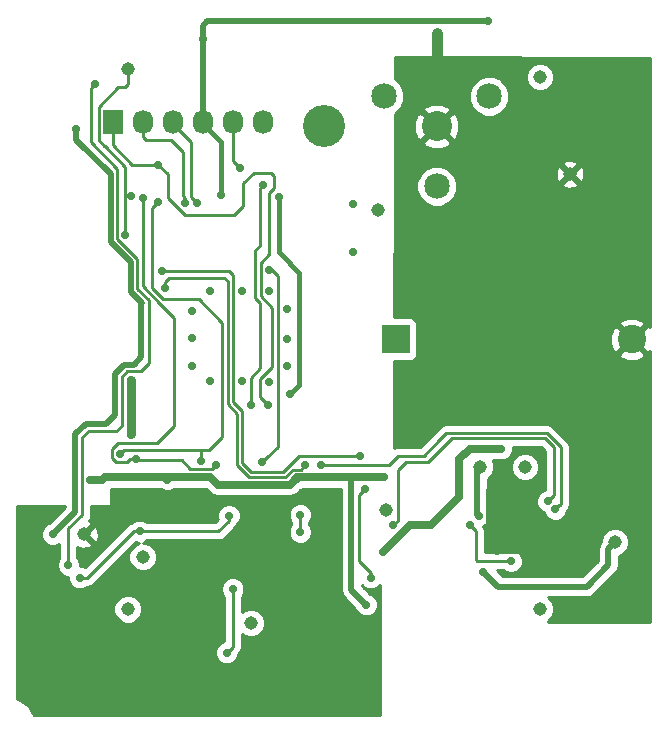
<source format=gbr>
G04 #@! TF.FileFunction,Copper,L2,Bot,Signal*
%FSLAX46Y46*%
G04 Gerber Fmt 4.6, Leading zero omitted, Abs format (unit mm)*
G04 Created by KiCad (PCBNEW 4.0.6) date 11/06/17 12:40:06*
%MOMM*%
%LPD*%
G01*
G04 APERTURE LIST*
%ADD10C,0.100000*%
%ADD11C,1.143000*%
%ADD12C,3.556000*%
%ADD13C,2.540000*%
%ADD14C,2.159000*%
%ADD15R,2.400300X2.400300*%
%ADD16C,2.400300*%
%ADD17R,1.727200X2.032000*%
%ADD18O,1.727200X2.032000*%
%ADD19C,0.700000*%
%ADD20C,0.635000*%
%ADD21C,0.508000*%
%ADD22C,0.250000*%
%ADD23C,0.762000*%
%ADD24C,0.889000*%
%ADD25C,0.381000*%
%ADD26C,0.254000*%
G04 APERTURE END LIST*
D10*
D11*
X61417200Y-33502600D03*
D12*
X78054200Y-38328600D03*
D13*
X87579200Y-38328600D03*
D14*
X87579200Y-43408600D03*
X92024200Y-35788600D03*
X83134200Y-35788600D03*
D15*
X84101940Y-56362600D03*
D16*
X104089200Y-56362600D03*
D17*
X60147200Y-37947600D03*
D18*
X62687200Y-37947600D03*
X65227200Y-37947600D03*
X67767200Y-37947600D03*
X70307200Y-37947600D03*
X72847200Y-37947600D03*
D11*
X61417200Y-79222600D03*
X96342200Y-34137600D03*
X96342200Y-79222600D03*
X102692200Y-73507600D03*
X83261200Y-70840600D03*
X91262200Y-67157600D03*
X82626200Y-45440600D03*
X62687200Y-74777600D03*
X98867200Y-42382600D03*
X71867200Y-80382600D03*
X57734200Y-72872600D03*
X95072200Y-67157600D03*
D19*
X93040200Y-65633600D03*
X83007200Y-74396600D03*
X84785200Y-64617600D03*
X84785200Y-63411100D03*
X104089200Y-51727100D03*
X104089200Y-52806600D03*
X104089200Y-53949600D03*
X104089200Y-53949600D03*
X61671200Y-59791600D03*
X61671200Y-64427100D03*
X84785200Y-62204600D03*
X87579200Y-30454600D03*
X87579200Y-34137600D03*
X66878200Y-53949600D03*
X66878200Y-56235600D03*
X71069200Y-59918600D03*
X74879200Y-56362600D03*
X73355200Y-52298600D03*
X71069200Y-52298600D03*
X80467200Y-44932600D03*
X80467200Y-48996600D03*
X66878200Y-58648600D03*
X68402200Y-59918600D03*
X73355200Y-59982100D03*
X74879200Y-58648600D03*
X74879200Y-53822600D03*
X68402200Y-52298600D03*
X99771200Y-50774600D03*
X99771200Y-52044600D03*
X99771200Y-53314600D03*
X93675200Y-72237600D03*
X94925200Y-72237600D03*
X94925200Y-70987600D03*
X93675200Y-70987600D03*
X75768200Y-68173600D03*
X68402200Y-68046600D03*
X92659200Y-74269600D03*
X81610200Y-78841600D03*
X64782700Y-68237100D03*
X58242200Y-68300600D03*
X83134200Y-68046600D03*
X92659200Y-68935600D03*
X95961200Y-74333100D03*
X61226700Y-47536100D03*
X61671200Y-44234100D03*
X64592200Y-51981100D03*
X76466700Y-67036100D03*
X76022200Y-72682100D03*
X76022200Y-71221600D03*
X69799200Y-82905600D03*
X70307200Y-77508100D03*
X64338200Y-50584100D03*
X81102200Y-66268600D03*
X81483200Y-69062600D03*
X81991200Y-76555600D03*
X75165570Y-61007610D03*
X74244200Y-44297600D03*
X69291200Y-44170600D03*
X67767200Y-30962600D03*
X91897200Y-29438600D03*
X90373200Y-72110600D03*
X93865700Y-75158600D03*
X91532200Y-76057600D03*
X91135200Y-71285100D03*
X55075199Y-72864601D03*
X57035700Y-38582600D03*
X73333866Y-61942600D03*
X64020700Y-41567100D03*
X60749402Y-66047398D03*
X63957200Y-44742100D03*
X67640200Y-66649600D03*
X66243200Y-44805600D03*
X62115700Y-66459100D03*
X62687200Y-44424600D03*
X68910200Y-66967100D03*
X67259200Y-44805600D03*
X70942200Y-41884600D03*
X71831200Y-61887100D03*
X72910700Y-43281600D03*
X73418700Y-50520600D03*
X72783700Y-66776600D03*
X69989700Y-71285100D03*
X57353200Y-76555600D03*
X62433200Y-72618600D03*
X56400700Y-75476100D03*
X58686700Y-34772600D03*
X77800200Y-66967100D03*
X97615061Y-70730992D03*
X83896200Y-72110600D03*
X96977200Y-70078600D03*
D20*
X89484200Y-66522600D02*
X90373200Y-65633600D01*
X90373200Y-65633600D02*
X93040200Y-65633600D01*
X89484200Y-69697600D02*
X89484200Y-66522600D01*
X87071200Y-72110600D02*
X89484200Y-69697600D01*
X85293200Y-72110600D02*
X87071200Y-72110600D01*
X83007200Y-74396600D02*
X85293200Y-72110600D01*
D21*
X92659200Y-68935600D02*
X92214700Y-68935600D01*
X92214700Y-68935600D02*
X92024200Y-69126100D01*
X92024200Y-69126100D02*
X92024200Y-73634600D01*
X92024200Y-73634600D02*
X92659200Y-74269600D01*
D20*
X75768200Y-68046600D02*
X75387200Y-68427600D01*
X75387200Y-68427600D02*
X75133200Y-68681600D01*
D22*
X75768200Y-68173600D02*
X75641200Y-68173600D01*
X75641200Y-68173600D02*
X75387200Y-68427600D01*
X64782700Y-68237100D02*
X64655700Y-68237100D01*
X64655700Y-68237100D02*
X64465200Y-68046600D01*
D23*
X84785200Y-63411100D02*
X84785200Y-64617600D01*
X61671200Y-61061600D02*
X61671200Y-64419590D01*
D20*
X61861700Y-68046600D02*
X59512200Y-68046600D01*
X64465200Y-68046600D02*
X61861700Y-68046600D01*
X75133200Y-68681600D02*
X69037200Y-68681600D01*
X69037200Y-68681600D02*
X68402200Y-68046600D01*
D22*
X64782700Y-68046600D02*
X64465200Y-68046600D01*
D23*
X61671200Y-61061600D02*
X61671200Y-59791600D01*
D24*
X87579200Y-34137600D02*
X87579200Y-30454600D01*
D21*
X80340200Y-68046600D02*
X80340200Y-77571600D01*
X80340200Y-77571600D02*
X81610200Y-78841600D01*
D20*
X80340200Y-68046600D02*
X75768200Y-68046600D01*
X68402200Y-68046600D02*
X64465200Y-68046600D01*
D21*
X92659200Y-74269600D02*
X95441200Y-74269600D01*
X95441200Y-74269600D02*
X95707200Y-74535600D01*
D20*
X83134200Y-68046600D02*
X80340200Y-68046600D01*
X59512200Y-68046600D02*
X59258200Y-68300600D01*
X59258200Y-68300600D02*
X58242200Y-68300600D01*
D22*
X61226700Y-41757600D02*
X61226700Y-44234100D01*
X61226700Y-44234100D02*
X61226700Y-47536100D01*
X61671200Y-44234100D02*
X61226700Y-44234100D01*
X59468936Y-39999836D02*
X61226700Y-41757600D01*
X59448700Y-39999836D02*
X59468936Y-39999836D01*
X59448700Y-39999836D02*
X58958599Y-39509735D01*
X58958599Y-39509735D02*
X58958599Y-36671599D01*
X58958599Y-36671599D02*
X60603598Y-35026600D01*
X60603598Y-35026600D02*
X61163200Y-35026600D01*
X61163200Y-35026600D02*
X61417200Y-34772600D01*
X61417200Y-34772600D02*
X61417200Y-33502600D01*
X70307200Y-77952600D02*
X70307200Y-82397600D01*
X70307200Y-77698600D02*
X70307200Y-77952600D01*
X70307200Y-77952600D02*
X70307200Y-77508100D01*
X76466700Y-67036100D02*
X76098710Y-67404090D01*
X76098710Y-67404090D02*
X75394710Y-67404090D01*
X69867189Y-61829499D02*
X69867189Y-52743100D01*
X75394710Y-67404090D02*
X74759710Y-68039090D01*
X74759710Y-68039090D02*
X71695280Y-68039090D01*
X70682690Y-62645000D02*
X69867189Y-61829499D01*
X71695280Y-68039090D02*
X70682690Y-67026500D01*
X70682690Y-67026500D02*
X70682690Y-62645000D01*
X69867189Y-52743100D02*
X69867189Y-52552600D01*
X64592200Y-51981100D02*
X64592200Y-51486126D01*
X64592200Y-51486126D02*
X64922726Y-51155600D01*
X64922726Y-51155600D02*
X69608700Y-51155600D01*
X69867189Y-52552600D02*
X69867189Y-52431499D01*
X69608700Y-51155600D02*
X69867189Y-51414089D01*
X69867189Y-51414089D02*
X69867189Y-52552600D01*
X76022200Y-71221600D02*
X76022200Y-72682100D01*
X70307200Y-82397600D02*
X69799200Y-82905600D01*
X75209720Y-66954080D02*
X75895200Y-66268600D01*
X75895200Y-66268600D02*
X76309198Y-66268600D01*
X75208310Y-66954080D02*
X75209720Y-66954080D01*
X74573310Y-67589080D02*
X75208310Y-66954080D01*
X70317199Y-52806600D02*
X70317199Y-61643099D01*
X70317199Y-61643099D02*
X71132700Y-62458600D01*
X71132700Y-62458600D02*
X71132700Y-66840100D01*
X71132700Y-66840100D02*
X71881680Y-67589080D01*
X71881680Y-67589080D02*
X74573310Y-67589080D01*
X76309198Y-66268600D02*
X81102200Y-66268600D01*
X70317199Y-52806600D02*
X70317199Y-52245099D01*
X69989700Y-50584100D02*
X70317199Y-50911599D01*
X70317199Y-50911599D02*
X70317199Y-52806600D01*
X64338200Y-50584100D02*
X69989700Y-50584100D01*
X81483200Y-69062600D02*
X80975200Y-69570600D01*
X80975200Y-69570600D02*
X80975200Y-75115336D01*
X80975200Y-75115336D02*
X81991200Y-76131336D01*
X81991200Y-76131336D02*
X81991200Y-76555600D01*
D25*
X74371200Y-49123600D02*
X75958700Y-50711100D01*
X74244200Y-48488600D02*
X74244200Y-48996600D01*
X74244200Y-48996600D02*
X74371200Y-49123600D01*
X74244200Y-48488600D02*
X74244200Y-44297600D01*
X75958700Y-50711100D02*
X75958700Y-60214480D01*
X75958700Y-60214480D02*
X75165570Y-61007610D01*
X67767200Y-37947600D02*
X67767200Y-38100000D01*
X67767200Y-38100000D02*
X69291200Y-39624000D01*
X69291200Y-39624000D02*
X69291200Y-44170600D01*
D21*
X67767200Y-29819600D02*
X67767200Y-30962600D01*
X67767200Y-30962600D02*
X67767200Y-37947600D01*
X68148200Y-29438600D02*
X67767200Y-29819600D01*
X91897200Y-29438600D02*
X68148200Y-29438600D01*
D22*
X90881200Y-75031600D02*
X90881200Y-72618600D01*
X90881200Y-72618600D02*
X90373200Y-72110600D01*
X91008200Y-75158600D02*
X90881200Y-75031600D01*
X93929200Y-75158600D02*
X91008200Y-75158600D01*
D21*
X100279200Y-77317600D02*
X92792200Y-77317600D01*
X92792200Y-77317600D02*
X91532200Y-76057600D01*
X102120701Y-75476099D02*
X100279200Y-77317600D01*
X102692200Y-73507600D02*
X102120701Y-74079099D01*
X102120701Y-74079099D02*
X102120701Y-75476099D01*
X90992485Y-71226495D02*
X90992485Y-70967600D01*
D22*
X91135200Y-71285100D02*
X91135200Y-71110315D01*
D21*
X90992485Y-70967600D02*
X90992485Y-67427315D01*
D22*
X91135200Y-71110315D02*
X90992485Y-70967600D01*
D21*
X90992485Y-67427315D02*
X91262200Y-67157600D01*
X60330190Y-59315319D02*
X60330190Y-62783610D01*
X56988189Y-70951611D02*
X55075199Y-72864601D01*
X57035700Y-38582600D02*
X57035700Y-39471600D01*
X57035700Y-39471600D02*
X59972689Y-42408589D01*
X59972689Y-42408589D02*
X59972689Y-48116931D01*
X59972689Y-48116931D02*
X61658180Y-49802422D01*
X62560200Y-53314600D02*
X62560200Y-57886600D01*
X61658180Y-49802422D02*
X61658180Y-52342422D01*
X61658180Y-52342422D02*
X62595279Y-53279521D01*
X61138929Y-58506580D02*
X60330190Y-59315319D01*
X62595279Y-53279521D02*
X62560200Y-53314600D01*
X62560200Y-57886600D02*
X61940220Y-58506580D01*
X56988189Y-64417768D02*
X56988189Y-70951611D01*
X59583210Y-63530590D02*
X57875367Y-63530590D01*
X61940220Y-58506580D02*
X61138929Y-58506580D01*
X60330190Y-62783610D02*
X59583210Y-63530590D01*
X57875367Y-63530590D02*
X56988189Y-64417768D01*
D22*
X73333866Y-61942600D02*
X72656700Y-61265434D01*
X72666699Y-52695109D02*
X72666699Y-49875601D01*
X72656700Y-61265434D02*
X72656700Y-59681598D01*
X72656700Y-59681598D02*
X73667190Y-58671108D01*
X64846200Y-44407602D02*
X64846200Y-42392600D01*
X73799700Y-42519600D02*
X73545700Y-42265600D01*
X73799700Y-43563098D02*
X73799700Y-42519600D01*
X73667190Y-53695600D02*
X72666699Y-52695109D01*
X73667190Y-58671108D02*
X73667190Y-53695600D01*
X72666699Y-49875601D02*
X73365199Y-49177101D01*
X64846200Y-42392600D02*
X64020700Y-41567100D01*
X73365199Y-43997599D02*
X73799700Y-43563098D01*
X73365199Y-49177101D02*
X73365199Y-43997599D01*
X73545700Y-42265600D02*
X72085200Y-42265600D01*
X71196200Y-43154600D02*
X71196200Y-45059600D01*
X72085200Y-42265600D02*
X71196200Y-43154600D01*
X71196200Y-45059600D02*
X70434200Y-45821600D01*
X70434200Y-45821600D02*
X66260198Y-45821600D01*
X66260198Y-45821600D02*
X64846200Y-44407602D01*
X61798200Y-41567100D02*
X60147200Y-39916100D01*
X60147200Y-39916100D02*
X60147200Y-37947600D01*
X64020700Y-41567100D02*
X61798200Y-41567100D01*
X60147200Y-37947600D02*
X60147200Y-38100000D01*
X63957200Y-44742100D02*
X63449200Y-45250100D01*
X63449200Y-45250100D02*
X63449200Y-52017102D01*
X63449200Y-52017102D02*
X64405699Y-52973601D01*
X64405699Y-52973601D02*
X67426201Y-52973601D01*
X67426201Y-52973601D02*
X69417180Y-54964580D01*
X69417180Y-54964580D02*
X69417179Y-64618621D01*
X68338401Y-65697399D02*
X67640200Y-65697399D01*
X69417179Y-64618621D02*
X68338401Y-65697399D01*
X61099401Y-65697399D02*
X67640200Y-65697399D01*
X67640200Y-66083610D02*
X67640200Y-65697399D01*
X60749402Y-66047398D02*
X61099401Y-65697399D01*
X67640200Y-66649600D02*
X67640200Y-66083610D01*
X66243200Y-44805600D02*
X66243200Y-44381336D01*
X66243200Y-44381336D02*
X66116200Y-44254336D01*
X66116200Y-44254336D02*
X66116200Y-40487600D01*
X66116200Y-40487600D02*
X65100200Y-39471600D01*
X65100200Y-39471600D02*
X62945200Y-39471600D01*
X62945200Y-39471600D02*
X62687200Y-39213600D01*
X62687200Y-39213600D02*
X62687200Y-37947600D01*
X62115700Y-66459100D02*
X61620726Y-66459100D01*
X60074401Y-65642899D02*
X60591700Y-65125600D01*
X61620726Y-66459100D02*
X61357427Y-66722399D01*
X61357427Y-66722399D02*
X60425401Y-66722399D01*
X64169298Y-53373610D02*
X62687200Y-51891512D01*
X60425401Y-66722399D02*
X60074401Y-66371399D01*
X65344201Y-63675099D02*
X65344201Y-54574601D01*
X64169298Y-53399698D02*
X64169298Y-53373610D01*
X60074401Y-66371399D02*
X60074401Y-65642899D01*
X63893700Y-65125600D02*
X65344201Y-63675099D01*
X60591700Y-65125600D02*
X63893700Y-65125600D01*
X62687200Y-51891512D02*
X62687200Y-49187100D01*
X65344201Y-54574601D02*
X64169298Y-53399698D01*
X62115700Y-66459100D02*
X62225199Y-66568599D01*
X68552699Y-67324601D02*
X68560201Y-67317099D01*
X62225199Y-66568599D02*
X65971699Y-66568599D01*
X65971699Y-66568599D02*
X66727701Y-67324601D01*
X66727701Y-67324601D02*
X68552699Y-67324601D01*
X68560201Y-67317099D02*
X68910200Y-66967100D01*
X62687200Y-45567600D02*
X62687200Y-49187100D01*
X62687200Y-49187100D02*
X62687200Y-49312690D01*
X62687200Y-45567600D02*
X62687200Y-44424600D01*
X66751200Y-44297600D02*
X66751200Y-39624000D01*
X67259200Y-44805600D02*
X66751200Y-44297600D01*
X65227200Y-37947600D02*
X65227200Y-38100000D01*
X65227200Y-38100000D02*
X66751200Y-39624000D01*
X70307200Y-37947600D02*
X70307200Y-41249600D01*
X70307200Y-41249600D02*
X70942200Y-41884600D01*
X71831200Y-61887100D02*
X71831200Y-59601100D01*
X71831200Y-59601100D02*
X72656700Y-58775600D01*
X72656700Y-58775600D02*
X72656700Y-53321520D01*
X72656700Y-53321520D02*
X72216689Y-52881509D01*
X72216689Y-52881509D02*
X72216689Y-48801611D01*
X72216689Y-48801611D02*
X72593200Y-48425100D01*
X72593200Y-48425100D02*
X72593200Y-43599100D01*
X72593200Y-43599100D02*
X72910700Y-43281600D01*
X74117200Y-50965100D02*
X73672700Y-50520600D01*
X73672700Y-50520600D02*
X73291700Y-50520600D01*
X74117200Y-58648600D02*
X74117200Y-50965100D01*
X74117200Y-61130978D02*
X74117200Y-58648600D01*
X74117200Y-65379600D02*
X74117200Y-61130978D01*
X73231220Y-66329080D02*
X72783700Y-66776600D01*
X74117200Y-65443100D02*
X73231220Y-66329080D01*
X74117200Y-65379600D02*
X74117200Y-65443100D01*
X69989700Y-71285100D02*
X69989700Y-71709364D01*
X69989700Y-71709364D02*
X69080464Y-72618600D01*
X69080464Y-72618600D02*
X62857464Y-72618600D01*
X62857464Y-72618600D02*
X62433200Y-72618600D01*
X61925200Y-72618600D02*
X57988200Y-76555600D01*
X57988200Y-76555600D02*
X57353200Y-76555600D01*
X62433200Y-72618600D02*
X61925200Y-72618600D01*
X56400700Y-75476100D02*
X56400700Y-72364600D01*
X56400700Y-72364600D02*
X57567199Y-71198101D01*
X57567199Y-71198101D02*
X57567199Y-64657601D01*
X63195200Y-53060600D02*
X62237190Y-52102590D01*
X60464700Y-64109600D02*
X60909200Y-63665100D01*
X57567199Y-64657601D02*
X58115200Y-64109600D01*
X58115200Y-64109600D02*
X60464700Y-64109600D01*
X60909200Y-63665100D02*
X60909200Y-59555152D01*
X60551699Y-41908099D02*
X58336701Y-39693101D01*
X63195200Y-58394600D02*
X63195200Y-53060600D01*
X60909200Y-59555152D02*
X61378762Y-59085590D01*
X61378762Y-59085590D02*
X62504210Y-59085590D01*
X58336701Y-35122599D02*
X58686700Y-34772600D01*
X62504210Y-59085590D02*
X63195200Y-58394600D01*
X62237190Y-49562590D02*
X60551699Y-47877099D01*
X62237190Y-52102590D02*
X62237190Y-49562590D01*
X60551699Y-47877099D02*
X60551699Y-41908099D01*
X58336701Y-39693101D02*
X58336701Y-35122599D01*
X88399190Y-64294590D02*
X87769700Y-64924080D01*
X87769700Y-64924080D02*
X87642700Y-65051080D01*
X83769200Y-66776600D02*
X84340700Y-66205100D01*
X84340700Y-66205100D02*
X86488680Y-66205100D01*
X86488680Y-66205100D02*
X87769700Y-64924080D01*
X97615061Y-70730992D02*
X97915060Y-70430993D01*
X97915060Y-70430993D02*
X98021807Y-70430993D01*
X98021807Y-70430993D02*
X98110201Y-70342599D01*
X98110201Y-70342599D02*
X98110201Y-65495191D01*
X98110201Y-65495191D02*
X96909600Y-64294590D01*
X96909600Y-64294590D02*
X88399190Y-64294590D01*
X83652199Y-66893601D02*
X83769200Y-66776600D01*
X77800200Y-66967100D02*
X83578700Y-66967100D01*
X83578700Y-66967100D02*
X83769200Y-66776600D01*
X96977200Y-70078600D02*
X97485200Y-69570600D01*
X96723200Y-64744600D02*
X88849200Y-64744600D01*
X88849200Y-64744600D02*
X86880700Y-66713100D01*
X84975700Y-66713100D02*
X84277200Y-67411600D01*
X97485200Y-69570600D02*
X97485200Y-65506600D01*
X86880700Y-66713100D02*
X84975700Y-66713100D01*
X97485200Y-65506600D02*
X96723200Y-64744600D01*
X84277200Y-67411600D02*
X84277200Y-71729600D01*
X84277200Y-71729600D02*
X83896200Y-72110600D01*
D26*
G36*
X105657200Y-32509380D02*
X105657200Y-55360833D01*
X105386484Y-55244921D01*
X104268805Y-56362600D01*
X105386484Y-57480279D01*
X105657200Y-57364367D01*
X105657200Y-80255600D01*
X97001545Y-80255600D01*
X97024735Y-80246018D01*
X97364425Y-79906920D01*
X97548490Y-79463641D01*
X97548909Y-78983665D01*
X97365618Y-78540065D01*
X97032734Y-78206600D01*
X100279200Y-78206600D01*
X100619406Y-78138929D01*
X100907818Y-77946218D01*
X102749319Y-76104717D01*
X102780802Y-76057600D01*
X102942030Y-75816305D01*
X103009701Y-75476099D01*
X103009701Y-74681846D01*
X103374735Y-74531018D01*
X103714425Y-74191920D01*
X103898490Y-73748641D01*
X103898909Y-73268665D01*
X103715618Y-72825065D01*
X103376520Y-72485375D01*
X102933241Y-72301310D01*
X102453265Y-72300891D01*
X102009665Y-72484182D01*
X101669975Y-72823280D01*
X101485910Y-73266559D01*
X101485741Y-73459972D01*
X101299372Y-73738893D01*
X101231701Y-74079099D01*
X101231701Y-75107863D01*
X99910964Y-76428600D01*
X93160436Y-76428600D01*
X92650436Y-75918600D01*
X93232589Y-75918600D01*
X93307014Y-75993155D01*
X93668912Y-76143428D01*
X94060769Y-76143770D01*
X94422929Y-75994129D01*
X94700255Y-75717286D01*
X94850528Y-75355388D01*
X94850870Y-74963531D01*
X94701229Y-74601371D01*
X94424386Y-74324045D01*
X94062488Y-74173772D01*
X93670631Y-74173430D01*
X93308471Y-74323071D01*
X93232810Y-74398600D01*
X91641200Y-74398600D01*
X91641200Y-72618600D01*
X91583348Y-72327761D01*
X91498491Y-72200762D01*
X91692429Y-72120629D01*
X91969755Y-71843786D01*
X92120028Y-71481888D01*
X92120370Y-71090031D01*
X91970729Y-70727871D01*
X91881485Y-70638471D01*
X91881485Y-68207152D01*
X91944735Y-68181018D01*
X92284425Y-67841920D01*
X92468490Y-67398641D01*
X92468491Y-67396535D01*
X93865491Y-67396535D01*
X94048782Y-67840135D01*
X94387880Y-68179825D01*
X94831159Y-68363890D01*
X95311135Y-68364309D01*
X95754735Y-68181018D01*
X96094425Y-67841920D01*
X96278490Y-67398641D01*
X96278909Y-66918665D01*
X96095618Y-66475065D01*
X95756520Y-66135375D01*
X95313241Y-65951310D01*
X94833265Y-65950891D01*
X94389665Y-66134182D01*
X94049975Y-66473280D01*
X93865910Y-66916559D01*
X93865491Y-67396535D01*
X92468491Y-67396535D01*
X92468909Y-66918665D01*
X92331497Y-66586100D01*
X92765557Y-66586100D01*
X92843412Y-66618428D01*
X93235269Y-66618770D01*
X93597429Y-66469129D01*
X93874755Y-66192286D01*
X94025028Y-65830388D01*
X94025312Y-65504600D01*
X96408398Y-65504600D01*
X96725200Y-65821402D01*
X96725200Y-69116953D01*
X96419971Y-69243071D01*
X96142645Y-69519914D01*
X95992372Y-69881812D01*
X95992030Y-70273669D01*
X96141671Y-70635829D01*
X96418514Y-70913155D01*
X96667231Y-71016431D01*
X96779532Y-71288221D01*
X97056375Y-71565547D01*
X97418273Y-71715820D01*
X97810130Y-71716162D01*
X98172290Y-71566521D01*
X98449616Y-71289678D01*
X98599889Y-70927780D01*
X98599889Y-70927713D01*
X98647602Y-70880000D01*
X98812349Y-70633438D01*
X98870201Y-70342599D01*
X98870201Y-65495191D01*
X98839713Y-65341919D01*
X98812349Y-65204351D01*
X98647602Y-64957790D01*
X97447001Y-63757189D01*
X97200439Y-63592442D01*
X96909600Y-63534590D01*
X88399190Y-63534590D01*
X88108350Y-63592442D01*
X87861789Y-63757189D01*
X86173878Y-65445100D01*
X84340700Y-65445100D01*
X84049861Y-65502952D01*
X83994200Y-65540143D01*
X83994200Y-65382712D01*
X84000499Y-58210190D01*
X85302090Y-58210190D01*
X85537407Y-58165912D01*
X85753531Y-58026840D01*
X85898521Y-57814640D01*
X85929859Y-57659884D01*
X102971521Y-57659884D01*
X103094674Y-57947512D01*
X103776897Y-58207456D01*
X104506666Y-58186538D01*
X105083726Y-57947512D01*
X105206879Y-57659884D01*
X104089200Y-56542205D01*
X102971521Y-57659884D01*
X85929859Y-57659884D01*
X85949530Y-57562750D01*
X85949530Y-56050297D01*
X102244344Y-56050297D01*
X102265262Y-56780066D01*
X102504288Y-57357126D01*
X102791916Y-57480279D01*
X103909595Y-56362600D01*
X102791916Y-55244921D01*
X102504288Y-55368074D01*
X102244344Y-56050297D01*
X85949530Y-56050297D01*
X85949530Y-55162450D01*
X85931253Y-55065316D01*
X102971521Y-55065316D01*
X104089200Y-56182995D01*
X105206879Y-55065316D01*
X105083726Y-54777688D01*
X104401503Y-54517744D01*
X103671734Y-54538662D01*
X103094674Y-54777688D01*
X102971521Y-55065316D01*
X85931253Y-55065316D01*
X85905252Y-54927133D01*
X85766180Y-54711009D01*
X85553980Y-54566019D01*
X85302090Y-54515010D01*
X84003744Y-54515010D01*
X84013198Y-43748139D01*
X85864403Y-43748139D01*
X86124870Y-44378517D01*
X86606746Y-44861235D01*
X87236669Y-45122802D01*
X87918739Y-45123397D01*
X88549117Y-44862930D01*
X89031835Y-44381054D01*
X89293402Y-43751131D01*
X89293861Y-43224646D01*
X98204759Y-43224646D01*
X98250752Y-43447133D01*
X98705055Y-43602005D01*
X99184044Y-43571233D01*
X99483648Y-43447133D01*
X99529641Y-43224646D01*
X98867200Y-42562205D01*
X98204759Y-43224646D01*
X89293861Y-43224646D01*
X89293997Y-43069061D01*
X89033530Y-42438683D01*
X88815683Y-42220455D01*
X97647795Y-42220455D01*
X97678567Y-42699444D01*
X97802667Y-42999048D01*
X98025154Y-43045041D01*
X98687595Y-42382600D01*
X99046805Y-42382600D01*
X99709246Y-43045041D01*
X99931733Y-42999048D01*
X100086605Y-42544745D01*
X100055833Y-42065756D01*
X99931733Y-41766152D01*
X99709246Y-41720159D01*
X99046805Y-42382600D01*
X98687595Y-42382600D01*
X98025154Y-41720159D01*
X97802667Y-41766152D01*
X97647795Y-42220455D01*
X88815683Y-42220455D01*
X88551654Y-41955965D01*
X87921731Y-41694398D01*
X87239661Y-41693803D01*
X86609283Y-41954270D01*
X86126565Y-42436146D01*
X85864998Y-43066069D01*
X85864403Y-43748139D01*
X84013198Y-43748139D01*
X84015136Y-41540554D01*
X98204759Y-41540554D01*
X98867200Y-42202995D01*
X99529641Y-41540554D01*
X99483648Y-41318067D01*
X99029345Y-41163195D01*
X98550356Y-41193967D01*
X98250752Y-41318067D01*
X98204759Y-41540554D01*
X84015136Y-41540554D01*
X84016773Y-39676377D01*
X86411028Y-39676377D01*
X86542720Y-39971257D01*
X87250236Y-40242861D01*
X88007832Y-40223036D01*
X88615680Y-39971257D01*
X88747372Y-39676377D01*
X87579200Y-38508205D01*
X86411028Y-39676377D01*
X84016773Y-39676377D01*
X84018246Y-37999636D01*
X85664939Y-37999636D01*
X85684764Y-38757232D01*
X85936543Y-39365080D01*
X86231423Y-39496772D01*
X87399595Y-38328600D01*
X87758805Y-38328600D01*
X88926977Y-39496772D01*
X89221857Y-39365080D01*
X89493461Y-38657564D01*
X89473636Y-37899968D01*
X89221857Y-37292120D01*
X88926977Y-37160428D01*
X87758805Y-38328600D01*
X87399595Y-38328600D01*
X86231423Y-37160428D01*
X85936543Y-37292120D01*
X85664939Y-37999636D01*
X84018246Y-37999636D01*
X84018880Y-37278149D01*
X84104117Y-37242930D01*
X84366681Y-36980823D01*
X86411028Y-36980823D01*
X87579200Y-38148995D01*
X88747372Y-36980823D01*
X88615680Y-36685943D01*
X87908164Y-36414339D01*
X87150568Y-36434164D01*
X86542720Y-36685943D01*
X86411028Y-36980823D01*
X84366681Y-36980823D01*
X84586835Y-36761054D01*
X84848402Y-36131131D01*
X84848404Y-36128139D01*
X90309403Y-36128139D01*
X90569870Y-36758517D01*
X91051746Y-37241235D01*
X91681669Y-37502802D01*
X92363739Y-37503397D01*
X92994117Y-37242930D01*
X93476835Y-36761054D01*
X93738402Y-36131131D01*
X93738997Y-35449061D01*
X93478530Y-34818683D01*
X93037154Y-34376535D01*
X95135491Y-34376535D01*
X95318782Y-34820135D01*
X95657880Y-35159825D01*
X96101159Y-35343890D01*
X96581135Y-35344309D01*
X97024735Y-35161018D01*
X97364425Y-34821920D01*
X97548490Y-34378641D01*
X97548909Y-33898665D01*
X97365618Y-33455065D01*
X97026520Y-33115375D01*
X96583241Y-32931310D01*
X96103265Y-32930891D01*
X95659665Y-33114182D01*
X95319975Y-33453280D01*
X95135910Y-33896559D01*
X95135491Y-34376535D01*
X93037154Y-34376535D01*
X92996654Y-34335965D01*
X92366731Y-34074398D01*
X91684661Y-34073803D01*
X91054283Y-34334270D01*
X90571565Y-34816146D01*
X90309998Y-35446069D01*
X90309403Y-36128139D01*
X84848404Y-36128139D01*
X84848997Y-35449061D01*
X84588530Y-34818683D01*
X84106654Y-34335965D01*
X84021495Y-34300604D01*
X84023088Y-32486733D01*
X105657200Y-32509380D01*
X105657200Y-32509380D01*
G37*
X105657200Y-32509380D02*
X105657200Y-55360833D01*
X105386484Y-55244921D01*
X104268805Y-56362600D01*
X105386484Y-57480279D01*
X105657200Y-57364367D01*
X105657200Y-80255600D01*
X97001545Y-80255600D01*
X97024735Y-80246018D01*
X97364425Y-79906920D01*
X97548490Y-79463641D01*
X97548909Y-78983665D01*
X97365618Y-78540065D01*
X97032734Y-78206600D01*
X100279200Y-78206600D01*
X100619406Y-78138929D01*
X100907818Y-77946218D01*
X102749319Y-76104717D01*
X102780802Y-76057600D01*
X102942030Y-75816305D01*
X103009701Y-75476099D01*
X103009701Y-74681846D01*
X103374735Y-74531018D01*
X103714425Y-74191920D01*
X103898490Y-73748641D01*
X103898909Y-73268665D01*
X103715618Y-72825065D01*
X103376520Y-72485375D01*
X102933241Y-72301310D01*
X102453265Y-72300891D01*
X102009665Y-72484182D01*
X101669975Y-72823280D01*
X101485910Y-73266559D01*
X101485741Y-73459972D01*
X101299372Y-73738893D01*
X101231701Y-74079099D01*
X101231701Y-75107863D01*
X99910964Y-76428600D01*
X93160436Y-76428600D01*
X92650436Y-75918600D01*
X93232589Y-75918600D01*
X93307014Y-75993155D01*
X93668912Y-76143428D01*
X94060769Y-76143770D01*
X94422929Y-75994129D01*
X94700255Y-75717286D01*
X94850528Y-75355388D01*
X94850870Y-74963531D01*
X94701229Y-74601371D01*
X94424386Y-74324045D01*
X94062488Y-74173772D01*
X93670631Y-74173430D01*
X93308471Y-74323071D01*
X93232810Y-74398600D01*
X91641200Y-74398600D01*
X91641200Y-72618600D01*
X91583348Y-72327761D01*
X91498491Y-72200762D01*
X91692429Y-72120629D01*
X91969755Y-71843786D01*
X92120028Y-71481888D01*
X92120370Y-71090031D01*
X91970729Y-70727871D01*
X91881485Y-70638471D01*
X91881485Y-68207152D01*
X91944735Y-68181018D01*
X92284425Y-67841920D01*
X92468490Y-67398641D01*
X92468491Y-67396535D01*
X93865491Y-67396535D01*
X94048782Y-67840135D01*
X94387880Y-68179825D01*
X94831159Y-68363890D01*
X95311135Y-68364309D01*
X95754735Y-68181018D01*
X96094425Y-67841920D01*
X96278490Y-67398641D01*
X96278909Y-66918665D01*
X96095618Y-66475065D01*
X95756520Y-66135375D01*
X95313241Y-65951310D01*
X94833265Y-65950891D01*
X94389665Y-66134182D01*
X94049975Y-66473280D01*
X93865910Y-66916559D01*
X93865491Y-67396535D01*
X92468491Y-67396535D01*
X92468909Y-66918665D01*
X92331497Y-66586100D01*
X92765557Y-66586100D01*
X92843412Y-66618428D01*
X93235269Y-66618770D01*
X93597429Y-66469129D01*
X93874755Y-66192286D01*
X94025028Y-65830388D01*
X94025312Y-65504600D01*
X96408398Y-65504600D01*
X96725200Y-65821402D01*
X96725200Y-69116953D01*
X96419971Y-69243071D01*
X96142645Y-69519914D01*
X95992372Y-69881812D01*
X95992030Y-70273669D01*
X96141671Y-70635829D01*
X96418514Y-70913155D01*
X96667231Y-71016431D01*
X96779532Y-71288221D01*
X97056375Y-71565547D01*
X97418273Y-71715820D01*
X97810130Y-71716162D01*
X98172290Y-71566521D01*
X98449616Y-71289678D01*
X98599889Y-70927780D01*
X98599889Y-70927713D01*
X98647602Y-70880000D01*
X98812349Y-70633438D01*
X98870201Y-70342599D01*
X98870201Y-65495191D01*
X98839713Y-65341919D01*
X98812349Y-65204351D01*
X98647602Y-64957790D01*
X97447001Y-63757189D01*
X97200439Y-63592442D01*
X96909600Y-63534590D01*
X88399190Y-63534590D01*
X88108350Y-63592442D01*
X87861789Y-63757189D01*
X86173878Y-65445100D01*
X84340700Y-65445100D01*
X84049861Y-65502952D01*
X83994200Y-65540143D01*
X83994200Y-65382712D01*
X84000499Y-58210190D01*
X85302090Y-58210190D01*
X85537407Y-58165912D01*
X85753531Y-58026840D01*
X85898521Y-57814640D01*
X85929859Y-57659884D01*
X102971521Y-57659884D01*
X103094674Y-57947512D01*
X103776897Y-58207456D01*
X104506666Y-58186538D01*
X105083726Y-57947512D01*
X105206879Y-57659884D01*
X104089200Y-56542205D01*
X102971521Y-57659884D01*
X85929859Y-57659884D01*
X85949530Y-57562750D01*
X85949530Y-56050297D01*
X102244344Y-56050297D01*
X102265262Y-56780066D01*
X102504288Y-57357126D01*
X102791916Y-57480279D01*
X103909595Y-56362600D01*
X102791916Y-55244921D01*
X102504288Y-55368074D01*
X102244344Y-56050297D01*
X85949530Y-56050297D01*
X85949530Y-55162450D01*
X85931253Y-55065316D01*
X102971521Y-55065316D01*
X104089200Y-56182995D01*
X105206879Y-55065316D01*
X105083726Y-54777688D01*
X104401503Y-54517744D01*
X103671734Y-54538662D01*
X103094674Y-54777688D01*
X102971521Y-55065316D01*
X85931253Y-55065316D01*
X85905252Y-54927133D01*
X85766180Y-54711009D01*
X85553980Y-54566019D01*
X85302090Y-54515010D01*
X84003744Y-54515010D01*
X84013198Y-43748139D01*
X85864403Y-43748139D01*
X86124870Y-44378517D01*
X86606746Y-44861235D01*
X87236669Y-45122802D01*
X87918739Y-45123397D01*
X88549117Y-44862930D01*
X89031835Y-44381054D01*
X89293402Y-43751131D01*
X89293861Y-43224646D01*
X98204759Y-43224646D01*
X98250752Y-43447133D01*
X98705055Y-43602005D01*
X99184044Y-43571233D01*
X99483648Y-43447133D01*
X99529641Y-43224646D01*
X98867200Y-42562205D01*
X98204759Y-43224646D01*
X89293861Y-43224646D01*
X89293997Y-43069061D01*
X89033530Y-42438683D01*
X88815683Y-42220455D01*
X97647795Y-42220455D01*
X97678567Y-42699444D01*
X97802667Y-42999048D01*
X98025154Y-43045041D01*
X98687595Y-42382600D01*
X99046805Y-42382600D01*
X99709246Y-43045041D01*
X99931733Y-42999048D01*
X100086605Y-42544745D01*
X100055833Y-42065756D01*
X99931733Y-41766152D01*
X99709246Y-41720159D01*
X99046805Y-42382600D01*
X98687595Y-42382600D01*
X98025154Y-41720159D01*
X97802667Y-41766152D01*
X97647795Y-42220455D01*
X88815683Y-42220455D01*
X88551654Y-41955965D01*
X87921731Y-41694398D01*
X87239661Y-41693803D01*
X86609283Y-41954270D01*
X86126565Y-42436146D01*
X85864998Y-43066069D01*
X85864403Y-43748139D01*
X84013198Y-43748139D01*
X84015136Y-41540554D01*
X98204759Y-41540554D01*
X98867200Y-42202995D01*
X99529641Y-41540554D01*
X99483648Y-41318067D01*
X99029345Y-41163195D01*
X98550356Y-41193967D01*
X98250752Y-41318067D01*
X98204759Y-41540554D01*
X84015136Y-41540554D01*
X84016773Y-39676377D01*
X86411028Y-39676377D01*
X86542720Y-39971257D01*
X87250236Y-40242861D01*
X88007832Y-40223036D01*
X88615680Y-39971257D01*
X88747372Y-39676377D01*
X87579200Y-38508205D01*
X86411028Y-39676377D01*
X84016773Y-39676377D01*
X84018246Y-37999636D01*
X85664939Y-37999636D01*
X85684764Y-38757232D01*
X85936543Y-39365080D01*
X86231423Y-39496772D01*
X87399595Y-38328600D01*
X87758805Y-38328600D01*
X88926977Y-39496772D01*
X89221857Y-39365080D01*
X89493461Y-38657564D01*
X89473636Y-37899968D01*
X89221857Y-37292120D01*
X88926977Y-37160428D01*
X87758805Y-38328600D01*
X87399595Y-38328600D01*
X86231423Y-37160428D01*
X85936543Y-37292120D01*
X85664939Y-37999636D01*
X84018246Y-37999636D01*
X84018880Y-37278149D01*
X84104117Y-37242930D01*
X84366681Y-36980823D01*
X86411028Y-36980823D01*
X87579200Y-38148995D01*
X88747372Y-36980823D01*
X88615680Y-36685943D01*
X87908164Y-36414339D01*
X87150568Y-36434164D01*
X86542720Y-36685943D01*
X86411028Y-36980823D01*
X84366681Y-36980823D01*
X84586835Y-36761054D01*
X84848402Y-36131131D01*
X84848404Y-36128139D01*
X90309403Y-36128139D01*
X90569870Y-36758517D01*
X91051746Y-37241235D01*
X91681669Y-37502802D01*
X92363739Y-37503397D01*
X92994117Y-37242930D01*
X93476835Y-36761054D01*
X93738402Y-36131131D01*
X93738997Y-35449061D01*
X93478530Y-34818683D01*
X93037154Y-34376535D01*
X95135491Y-34376535D01*
X95318782Y-34820135D01*
X95657880Y-35159825D01*
X96101159Y-35343890D01*
X96581135Y-35344309D01*
X97024735Y-35161018D01*
X97364425Y-34821920D01*
X97548490Y-34378641D01*
X97548909Y-33898665D01*
X97365618Y-33455065D01*
X97026520Y-33115375D01*
X96583241Y-32931310D01*
X96103265Y-32930891D01*
X95659665Y-33114182D01*
X95319975Y-33453280D01*
X95135910Y-33896559D01*
X95135491Y-34376535D01*
X93037154Y-34376535D01*
X92996654Y-34335965D01*
X92366731Y-34074398D01*
X91684661Y-34073803D01*
X91054283Y-34334270D01*
X90571565Y-34816146D01*
X90309998Y-35446069D01*
X90309403Y-36128139D01*
X84848404Y-36128139D01*
X84848997Y-35449061D01*
X84588530Y-34818683D01*
X84106654Y-34335965D01*
X84021495Y-34300604D01*
X84023088Y-32486733D01*
X105657200Y-32509380D01*
G36*
X64224014Y-69071655D02*
X64585912Y-69221928D01*
X64977769Y-69222270D01*
X65339929Y-69072629D01*
X65413586Y-68999100D01*
X68007662Y-68999100D01*
X68363681Y-69355119D01*
X68672694Y-69561595D01*
X69037200Y-69634100D01*
X75133200Y-69634100D01*
X75497706Y-69561595D01*
X75806719Y-69355119D01*
X76031092Y-69130746D01*
X76325429Y-69009129D01*
X76335475Y-68999100D01*
X79451200Y-68999100D01*
X79451200Y-77571600D01*
X79518871Y-77911806D01*
X79710890Y-78199182D01*
X79711582Y-78200218D01*
X80679246Y-79167882D01*
X80774671Y-79398829D01*
X81051514Y-79676155D01*
X81413412Y-79826428D01*
X81805269Y-79826770D01*
X82167429Y-79677129D01*
X82444755Y-79400286D01*
X82595028Y-79038388D01*
X82595370Y-78646531D01*
X82445729Y-78284371D01*
X82168886Y-78007045D01*
X81936305Y-77910469D01*
X81229200Y-77203364D01*
X81229200Y-77186486D01*
X81432514Y-77390155D01*
X81794412Y-77540428D01*
X82186269Y-77540770D01*
X82548429Y-77391129D01*
X82740200Y-77199692D01*
X82740200Y-88172600D01*
X53449881Y-88172600D01*
X53449376Y-88170060D01*
X53411640Y-88078957D01*
X53343363Y-87914120D01*
X53018203Y-87427485D01*
X52822315Y-87231597D01*
X52335680Y-86906438D01*
X52335678Y-86906437D01*
X52079740Y-86800424D01*
X52077200Y-86799919D01*
X52077200Y-83100669D01*
X68814030Y-83100669D01*
X68963671Y-83462829D01*
X69240514Y-83740155D01*
X69602412Y-83890428D01*
X69994269Y-83890770D01*
X70356429Y-83741129D01*
X70633755Y-83464286D01*
X70784028Y-83102388D01*
X70784121Y-82995481D01*
X70844601Y-82935001D01*
X70864246Y-82905600D01*
X71009348Y-82688439D01*
X71067200Y-82397600D01*
X71067200Y-81288943D01*
X71182880Y-81404825D01*
X71626159Y-81588890D01*
X72106135Y-81589309D01*
X72549735Y-81406018D01*
X72889425Y-81066920D01*
X73073490Y-80623641D01*
X73073909Y-80143665D01*
X72890618Y-79700065D01*
X72551520Y-79360375D01*
X72108241Y-79176310D01*
X71628265Y-79175891D01*
X71184665Y-79359182D01*
X71067200Y-79476442D01*
X71067200Y-78141211D01*
X71141755Y-78066786D01*
X71292028Y-77704888D01*
X71292370Y-77313031D01*
X71142729Y-76950871D01*
X70865886Y-76673545D01*
X70503988Y-76523272D01*
X70112131Y-76522930D01*
X69749971Y-76672571D01*
X69472645Y-76949414D01*
X69322372Y-77311312D01*
X69322030Y-77703169D01*
X69471671Y-78065329D01*
X69547200Y-78140990D01*
X69547200Y-81943953D01*
X69241971Y-82070071D01*
X68964645Y-82346914D01*
X68814372Y-82708812D01*
X68814030Y-83100669D01*
X52077200Y-83100669D01*
X52077200Y-79461535D01*
X60210491Y-79461535D01*
X60393782Y-79905135D01*
X60732880Y-80244825D01*
X61176159Y-80428890D01*
X61656135Y-80429309D01*
X62099735Y-80246018D01*
X62439425Y-79906920D01*
X62623490Y-79463641D01*
X62623909Y-78983665D01*
X62440618Y-78540065D01*
X62101520Y-78200375D01*
X61658241Y-78016310D01*
X61178265Y-78015891D01*
X60734665Y-78199182D01*
X60394975Y-78538280D01*
X60210910Y-78981559D01*
X60210491Y-79461535D01*
X52077200Y-79461535D01*
X52077200Y-70509600D01*
X56099189Y-70509600D01*
X56099189Y-70583375D01*
X54748917Y-71933647D01*
X54517970Y-72029072D01*
X54240644Y-72305915D01*
X54090371Y-72667813D01*
X54090029Y-73059670D01*
X54239670Y-73421830D01*
X54516513Y-73699156D01*
X54878411Y-73849429D01*
X55270268Y-73849771D01*
X55632428Y-73700130D01*
X55640700Y-73691872D01*
X55640700Y-74842989D01*
X55566145Y-74917414D01*
X55415872Y-75279312D01*
X55415530Y-75671169D01*
X55565171Y-76033329D01*
X55842014Y-76310655D01*
X56203912Y-76460928D01*
X56368283Y-76461071D01*
X56368030Y-76750669D01*
X56517671Y-77112829D01*
X56794514Y-77390155D01*
X57156412Y-77540428D01*
X57548269Y-77540770D01*
X57910429Y-77391129D01*
X57986090Y-77315600D01*
X57988200Y-77315600D01*
X58279039Y-77257748D01*
X58525601Y-77093001D01*
X62080086Y-73538516D01*
X62236412Y-73603428D01*
X62369239Y-73603544D01*
X62004665Y-73754182D01*
X61664975Y-74093280D01*
X61480910Y-74536559D01*
X61480491Y-75016535D01*
X61663782Y-75460135D01*
X62002880Y-75799825D01*
X62446159Y-75983890D01*
X62926135Y-75984309D01*
X63369735Y-75801018D01*
X63709425Y-75461920D01*
X63893490Y-75018641D01*
X63893909Y-74538665D01*
X63710618Y-74095065D01*
X63371520Y-73755375D01*
X62928241Y-73571310D01*
X62707295Y-73571117D01*
X62990429Y-73454129D01*
X63066090Y-73378600D01*
X69080464Y-73378600D01*
X69371303Y-73320748D01*
X69617865Y-73156001D01*
X70527101Y-72246765D01*
X70691848Y-72000203D01*
X70697864Y-71969956D01*
X70824255Y-71843786D01*
X70974528Y-71481888D01*
X70974584Y-71416669D01*
X75037030Y-71416669D01*
X75186671Y-71778829D01*
X75262200Y-71854490D01*
X75262200Y-72048989D01*
X75187645Y-72123414D01*
X75037372Y-72485312D01*
X75037030Y-72877169D01*
X75186671Y-73239329D01*
X75463514Y-73516655D01*
X75825412Y-73666928D01*
X76217269Y-73667270D01*
X76579429Y-73517629D01*
X76856755Y-73240786D01*
X77007028Y-72878888D01*
X77007370Y-72487031D01*
X76857729Y-72124871D01*
X76782200Y-72049210D01*
X76782200Y-71854711D01*
X76856755Y-71780286D01*
X77007028Y-71418388D01*
X77007370Y-71026531D01*
X76857729Y-70664371D01*
X76580886Y-70387045D01*
X76218988Y-70236772D01*
X75827131Y-70236430D01*
X75464971Y-70386071D01*
X75187645Y-70662914D01*
X75037372Y-71024812D01*
X75037030Y-71416669D01*
X70974584Y-71416669D01*
X70974870Y-71090031D01*
X70825229Y-70727871D01*
X70548386Y-70450545D01*
X70186488Y-70300272D01*
X69794631Y-70299930D01*
X69432471Y-70449571D01*
X69155145Y-70726414D01*
X69004872Y-71088312D01*
X69004530Y-71480169D01*
X69045336Y-71578926D01*
X68765662Y-71858600D01*
X63066311Y-71858600D01*
X62991886Y-71784045D01*
X62629988Y-71633772D01*
X62238131Y-71633430D01*
X61875971Y-71783071D01*
X61769232Y-71889624D01*
X61634361Y-71916452D01*
X61387799Y-72081199D01*
X57796052Y-75672946D01*
X57549988Y-75570772D01*
X57385617Y-75570629D01*
X57385870Y-75281031D01*
X57236229Y-74918871D01*
X57160700Y-74843210D01*
X57160700Y-73951774D01*
X57572055Y-74092005D01*
X58051044Y-74061233D01*
X58350648Y-73937133D01*
X58396641Y-73714646D01*
X57734200Y-73052205D01*
X57720058Y-73066348D01*
X57540453Y-72886743D01*
X57554595Y-72872600D01*
X57913805Y-72872600D01*
X58576246Y-73535041D01*
X58798733Y-73489048D01*
X58953605Y-73034745D01*
X58922833Y-72555756D01*
X58798733Y-72256152D01*
X58576246Y-72210159D01*
X57913805Y-72872600D01*
X57554595Y-72872600D01*
X57540453Y-72858458D01*
X57720058Y-72678853D01*
X57734200Y-72692995D01*
X58396641Y-72030554D01*
X58350648Y-71808067D01*
X58110757Y-71726288D01*
X58269347Y-71488940D01*
X58327199Y-71198101D01*
X58327199Y-70509600D01*
X59867200Y-70509600D01*
X59916610Y-70499594D01*
X59958235Y-70471153D01*
X59985515Y-70428759D01*
X59994190Y-70381031D01*
X59977112Y-68999100D01*
X64151585Y-68999100D01*
X64224014Y-69071655D01*
X64224014Y-69071655D01*
G37*
X64224014Y-69071655D02*
X64585912Y-69221928D01*
X64977769Y-69222270D01*
X65339929Y-69072629D01*
X65413586Y-68999100D01*
X68007662Y-68999100D01*
X68363681Y-69355119D01*
X68672694Y-69561595D01*
X69037200Y-69634100D01*
X75133200Y-69634100D01*
X75497706Y-69561595D01*
X75806719Y-69355119D01*
X76031092Y-69130746D01*
X76325429Y-69009129D01*
X76335475Y-68999100D01*
X79451200Y-68999100D01*
X79451200Y-77571600D01*
X79518871Y-77911806D01*
X79710890Y-78199182D01*
X79711582Y-78200218D01*
X80679246Y-79167882D01*
X80774671Y-79398829D01*
X81051514Y-79676155D01*
X81413412Y-79826428D01*
X81805269Y-79826770D01*
X82167429Y-79677129D01*
X82444755Y-79400286D01*
X82595028Y-79038388D01*
X82595370Y-78646531D01*
X82445729Y-78284371D01*
X82168886Y-78007045D01*
X81936305Y-77910469D01*
X81229200Y-77203364D01*
X81229200Y-77186486D01*
X81432514Y-77390155D01*
X81794412Y-77540428D01*
X82186269Y-77540770D01*
X82548429Y-77391129D01*
X82740200Y-77199692D01*
X82740200Y-88172600D01*
X53449881Y-88172600D01*
X53449376Y-88170060D01*
X53411640Y-88078957D01*
X53343363Y-87914120D01*
X53018203Y-87427485D01*
X52822315Y-87231597D01*
X52335680Y-86906438D01*
X52335678Y-86906437D01*
X52079740Y-86800424D01*
X52077200Y-86799919D01*
X52077200Y-83100669D01*
X68814030Y-83100669D01*
X68963671Y-83462829D01*
X69240514Y-83740155D01*
X69602412Y-83890428D01*
X69994269Y-83890770D01*
X70356429Y-83741129D01*
X70633755Y-83464286D01*
X70784028Y-83102388D01*
X70784121Y-82995481D01*
X70844601Y-82935001D01*
X70864246Y-82905600D01*
X71009348Y-82688439D01*
X71067200Y-82397600D01*
X71067200Y-81288943D01*
X71182880Y-81404825D01*
X71626159Y-81588890D01*
X72106135Y-81589309D01*
X72549735Y-81406018D01*
X72889425Y-81066920D01*
X73073490Y-80623641D01*
X73073909Y-80143665D01*
X72890618Y-79700065D01*
X72551520Y-79360375D01*
X72108241Y-79176310D01*
X71628265Y-79175891D01*
X71184665Y-79359182D01*
X71067200Y-79476442D01*
X71067200Y-78141211D01*
X71141755Y-78066786D01*
X71292028Y-77704888D01*
X71292370Y-77313031D01*
X71142729Y-76950871D01*
X70865886Y-76673545D01*
X70503988Y-76523272D01*
X70112131Y-76522930D01*
X69749971Y-76672571D01*
X69472645Y-76949414D01*
X69322372Y-77311312D01*
X69322030Y-77703169D01*
X69471671Y-78065329D01*
X69547200Y-78140990D01*
X69547200Y-81943953D01*
X69241971Y-82070071D01*
X68964645Y-82346914D01*
X68814372Y-82708812D01*
X68814030Y-83100669D01*
X52077200Y-83100669D01*
X52077200Y-79461535D01*
X60210491Y-79461535D01*
X60393782Y-79905135D01*
X60732880Y-80244825D01*
X61176159Y-80428890D01*
X61656135Y-80429309D01*
X62099735Y-80246018D01*
X62439425Y-79906920D01*
X62623490Y-79463641D01*
X62623909Y-78983665D01*
X62440618Y-78540065D01*
X62101520Y-78200375D01*
X61658241Y-78016310D01*
X61178265Y-78015891D01*
X60734665Y-78199182D01*
X60394975Y-78538280D01*
X60210910Y-78981559D01*
X60210491Y-79461535D01*
X52077200Y-79461535D01*
X52077200Y-70509600D01*
X56099189Y-70509600D01*
X56099189Y-70583375D01*
X54748917Y-71933647D01*
X54517970Y-72029072D01*
X54240644Y-72305915D01*
X54090371Y-72667813D01*
X54090029Y-73059670D01*
X54239670Y-73421830D01*
X54516513Y-73699156D01*
X54878411Y-73849429D01*
X55270268Y-73849771D01*
X55632428Y-73700130D01*
X55640700Y-73691872D01*
X55640700Y-74842989D01*
X55566145Y-74917414D01*
X55415872Y-75279312D01*
X55415530Y-75671169D01*
X55565171Y-76033329D01*
X55842014Y-76310655D01*
X56203912Y-76460928D01*
X56368283Y-76461071D01*
X56368030Y-76750669D01*
X56517671Y-77112829D01*
X56794514Y-77390155D01*
X57156412Y-77540428D01*
X57548269Y-77540770D01*
X57910429Y-77391129D01*
X57986090Y-77315600D01*
X57988200Y-77315600D01*
X58279039Y-77257748D01*
X58525601Y-77093001D01*
X62080086Y-73538516D01*
X62236412Y-73603428D01*
X62369239Y-73603544D01*
X62004665Y-73754182D01*
X61664975Y-74093280D01*
X61480910Y-74536559D01*
X61480491Y-75016535D01*
X61663782Y-75460135D01*
X62002880Y-75799825D01*
X62446159Y-75983890D01*
X62926135Y-75984309D01*
X63369735Y-75801018D01*
X63709425Y-75461920D01*
X63893490Y-75018641D01*
X63893909Y-74538665D01*
X63710618Y-74095065D01*
X63371520Y-73755375D01*
X62928241Y-73571310D01*
X62707295Y-73571117D01*
X62990429Y-73454129D01*
X63066090Y-73378600D01*
X69080464Y-73378600D01*
X69371303Y-73320748D01*
X69617865Y-73156001D01*
X70527101Y-72246765D01*
X70691848Y-72000203D01*
X70697864Y-71969956D01*
X70824255Y-71843786D01*
X70974528Y-71481888D01*
X70974584Y-71416669D01*
X75037030Y-71416669D01*
X75186671Y-71778829D01*
X75262200Y-71854490D01*
X75262200Y-72048989D01*
X75187645Y-72123414D01*
X75037372Y-72485312D01*
X75037030Y-72877169D01*
X75186671Y-73239329D01*
X75463514Y-73516655D01*
X75825412Y-73666928D01*
X76217269Y-73667270D01*
X76579429Y-73517629D01*
X76856755Y-73240786D01*
X77007028Y-72878888D01*
X77007370Y-72487031D01*
X76857729Y-72124871D01*
X76782200Y-72049210D01*
X76782200Y-71854711D01*
X76856755Y-71780286D01*
X77007028Y-71418388D01*
X77007370Y-71026531D01*
X76857729Y-70664371D01*
X76580886Y-70387045D01*
X76218988Y-70236772D01*
X75827131Y-70236430D01*
X75464971Y-70386071D01*
X75187645Y-70662914D01*
X75037372Y-71024812D01*
X75037030Y-71416669D01*
X70974584Y-71416669D01*
X70974870Y-71090031D01*
X70825229Y-70727871D01*
X70548386Y-70450545D01*
X70186488Y-70300272D01*
X69794631Y-70299930D01*
X69432471Y-70449571D01*
X69155145Y-70726414D01*
X69004872Y-71088312D01*
X69004530Y-71480169D01*
X69045336Y-71578926D01*
X68765662Y-71858600D01*
X63066311Y-71858600D01*
X62991886Y-71784045D01*
X62629988Y-71633772D01*
X62238131Y-71633430D01*
X61875971Y-71783071D01*
X61769232Y-71889624D01*
X61634361Y-71916452D01*
X61387799Y-72081199D01*
X57796052Y-75672946D01*
X57549988Y-75570772D01*
X57385617Y-75570629D01*
X57385870Y-75281031D01*
X57236229Y-74918871D01*
X57160700Y-74843210D01*
X57160700Y-73951774D01*
X57572055Y-74092005D01*
X58051044Y-74061233D01*
X58350648Y-73937133D01*
X58396641Y-73714646D01*
X57734200Y-73052205D01*
X57720058Y-73066348D01*
X57540453Y-72886743D01*
X57554595Y-72872600D01*
X57913805Y-72872600D01*
X58576246Y-73535041D01*
X58798733Y-73489048D01*
X58953605Y-73034745D01*
X58922833Y-72555756D01*
X58798733Y-72256152D01*
X58576246Y-72210159D01*
X57913805Y-72872600D01*
X57554595Y-72872600D01*
X57540453Y-72858458D01*
X57720058Y-72678853D01*
X57734200Y-72692995D01*
X58396641Y-72030554D01*
X58350648Y-71808067D01*
X58110757Y-71726288D01*
X58269347Y-71488940D01*
X58327199Y-71198101D01*
X58327199Y-70509600D01*
X59867200Y-70509600D01*
X59916610Y-70499594D01*
X59958235Y-70471153D01*
X59985515Y-70428759D01*
X59994190Y-70381031D01*
X59977112Y-68999100D01*
X64151585Y-68999100D01*
X64224014Y-69071655D01*
M02*

</source>
